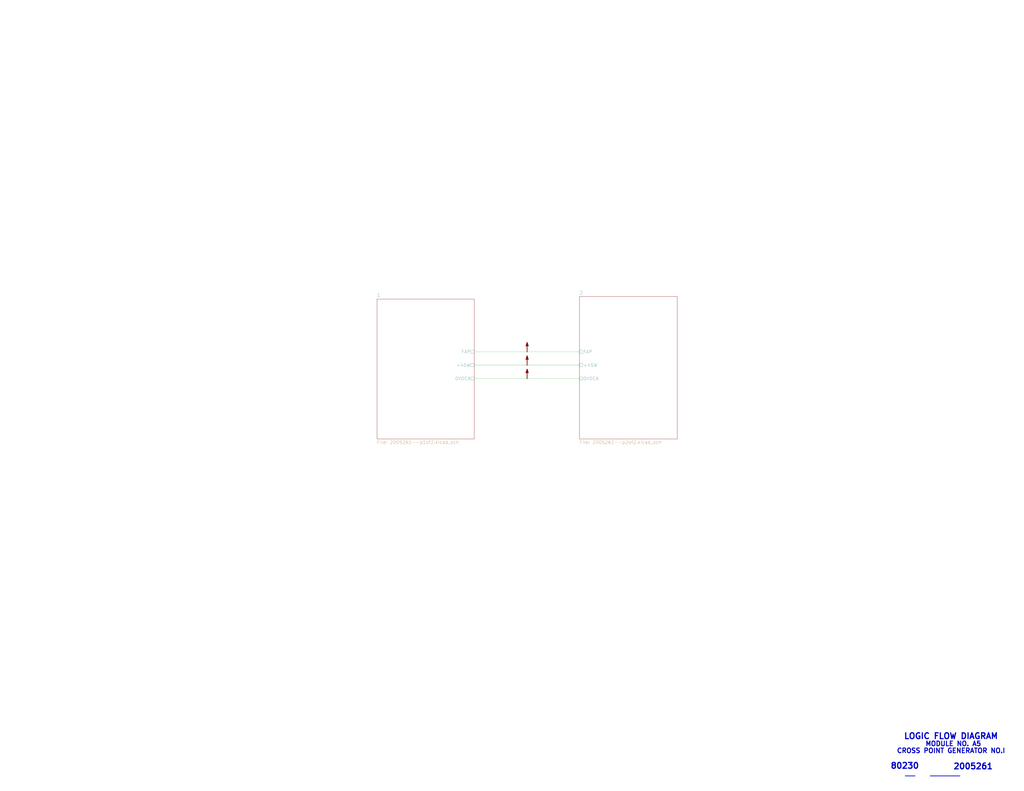
<source format=kicad_sch>
(kicad_sch (version 20211123) (generator eeschema)
  (paper "E")
  (lib_symbols
    (symbol "AGC_DSKY:PWR_FLAG" (power) (pin_numbers hide) (pin_names (offset 0) hide)
      (symbol "PWR_FLAG_0_0"
        (pin power_out line (at 0 0 90) (length 0) (name "pwr") (number "1"))
      )
      (symbol "PWR_FLAG_0_1"
        (polyline (pts (xy 0 0) (xy 0 10.16)) (stroke (width 0.762)))
        (polyline (pts (xy 0 10.16) (xy -1.27 6.35) (xy 1.27 6.35) (xy 0 10.16)) (stroke (width 0.762)) (fill (type outline)))
      )
    )
  )
  (junction (at 575.31 398.78))
  (junction (at 575.31 413.385))
  (junction (at 575.31 384.175))
  (wire (pts (xy 632.46 398.78) (xy 575.31 398.78)))
  (wire (pts (xy 517.525 413.385) (xy 575.31 413.385)))
  (wire (pts (xy 517.525 398.78) (xy 575.31 398.78)))
  (wire (pts (xy 575.31 413.385) (xy 632.46 413.385)))
  (wire (pts (xy 517.525 384.175) (xy 575.31 384.175)))
  (wire (pts (xy 575.31 384.175) (xy 632.46 384.175)))
  (text "CROSS POINT GENERATOR NO.I" (at 978.535 822.96 0) (effects (font (size 5.08 5.08) (thickness 1.016) bold) (justify left bottom)))
  (text "____" (at 987.425 847.725 0) (effects (font (size 3.556 3.556) (thickness 0.7112) bold) (justify left bottom)))
  (text "____________" (at 1014.73 847.725 0) (effects (font (size 3.556 3.556) (thickness 0.7112) bold) (justify left bottom)))
  (text "LOGIC FLOW DIAGRAM" (at 986.155 807.72 0) (effects (font (size 6.35 6.35) (thickness 1.27) bold) (justify left bottom)))
  (text "MODULE NO. A5" (at 1009.65 815.34 0) (effects (font (size 5.08 5.08) (thickness 1.016) bold) (justify left bottom)))
  (text "80230" (at 971.55 840.105 0) (effects (font (size 6.35 6.35) (thickness 1.27) bold) (justify left bottom)))
  (text "2005261" (at 1040.13 840.74 0) (effects (font (size 6.35 6.35) (thickness 1.27) bold) (justify left bottom)))
  (symbol (lib_id "AGC_DSKY:PWR_FLAG") (at 575.31 384.175 0) (unit 1)
    (property "Reference" "#FLG01" (effects hide))
    (property "Value" "PWR_FLAG" (effects hide))
  )
  (symbol (lib_id "AGC_DSKY:PWR_FLAG") (at 575.31 398.78 0) (unit 1)
    (property "Reference" "#FLG02" (effects hide))
    (property "Value" "PWR_FLAG" (effects hide))
  )
  (symbol (lib_id "AGC_DSKY:PWR_FLAG") (at 575.31 413.385 0) (unit 1)
    (property "Reference" "#FLG03" (effects hide))
    (property "Value" "PWR_FLAG" (effects hide))
  )
  (sheet (at 411.48 326.39) (size 106.045 153.035)
    (property "Sheet name" "1" (at 411.48 324.5354 0) (effects (font (size 3.556 3.556)) (justify left bottom)))
    (property "Sheet file" "2005261--p1of2.kicad_sch" (at 411.48 480.924 0) (effects (font (size 3.556 3.556)) (justify left top)))
    (pin "FAP" passive (at 517.525 384.175 0) (effects (font (size 3.556 3.556))))
    (pin "0VDCA" passive (at 517.525 413.385 0) (effects (font (size 3.556 3.556))))
    (pin "+4SW" passive (at 517.525 398.78 0) (effects (font (size 3.556 3.556))))
  )
  (sheet (at 632.46 323.85) (size 106.68 155.575)
    (property "Sheet name" "2" (at 632.46 321.9954 0) (effects (font (size 3.556 3.556)) (justify left bottom)))
    (property "Sheet file" "2005261--p2of2.kicad_sch" (at 632.46 480.924 0) (effects (font (size 3.556 3.556)) (justify left top)))
    (pin "FAP" passive (at 632.46 384.175 180) (effects (font (size 3.556 3.556))))
    (pin "0VDCA" passive (at 632.46 413.385 180) (effects (font (size 3.556 3.556))))
    (pin "+4SW" passive (at 632.46 398.78 180) (effects (font (size 3.556 3.556))))
  )
)
</source>
